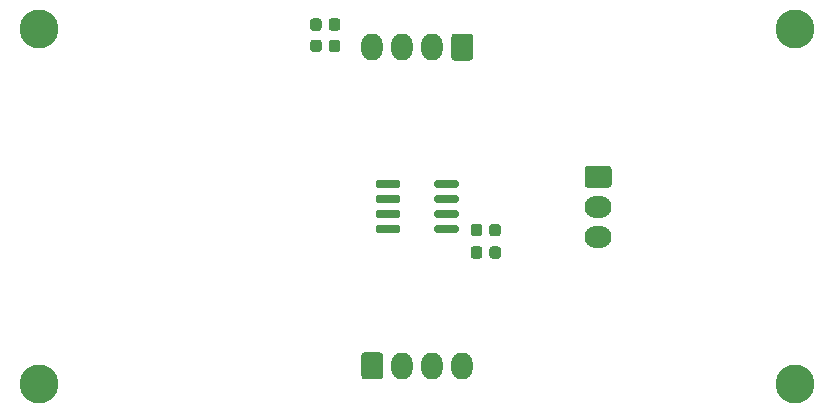
<source format=gts>
G04 #@! TF.GenerationSoftware,KiCad,Pcbnew,(5.1.6)-1*
G04 #@! TF.CreationDate,2022-06-26T15:17:10+10:00*
G04 #@! TF.ProjectId,wind_sensors,77696e64-5f73-4656-9e73-6f72732e6b69,rev?*
G04 #@! TF.SameCoordinates,Original*
G04 #@! TF.FileFunction,Soldermask,Top*
G04 #@! TF.FilePolarity,Negative*
%FSLAX46Y46*%
G04 Gerber Fmt 4.6, Leading zero omitted, Abs format (unit mm)*
G04 Created by KiCad (PCBNEW (5.1.6)-1) date 2022-06-26 15:17:10*
%MOMM*%
%LPD*%
G01*
G04 APERTURE LIST*
%ADD10O,2.290000X1.840000*%
%ADD11O,1.840000X2.290000*%
%ADD12C,3.300000*%
G04 APERTURE END LIST*
G36*
G01*
X150000000Y-103881250D02*
X150000000Y-103318750D01*
G75*
G02*
X150243750Y-103075000I243750J0D01*
G01*
X150731250Y-103075000D01*
G75*
G02*
X150975000Y-103318750I0J-243750D01*
G01*
X150975000Y-103881250D01*
G75*
G02*
X150731250Y-104125000I-243750J0D01*
G01*
X150243750Y-104125000D01*
G75*
G02*
X150000000Y-103881250I0J243750D01*
G01*
G37*
G36*
G01*
X148425000Y-103881250D02*
X148425000Y-103318750D01*
G75*
G02*
X148668750Y-103075000I243750J0D01*
G01*
X149156250Y-103075000D01*
G75*
G02*
X149400000Y-103318750I0J-243750D01*
G01*
X149400000Y-103881250D01*
G75*
G02*
X149156250Y-104125000I-243750J0D01*
G01*
X148668750Y-104125000D01*
G75*
G02*
X148425000Y-103881250I0J243750D01*
G01*
G37*
G36*
G01*
X135800000Y-85918750D02*
X135800000Y-86481250D01*
G75*
G02*
X135556250Y-86725000I-243750J0D01*
G01*
X135068750Y-86725000D01*
G75*
G02*
X134825000Y-86481250I0J243750D01*
G01*
X134825000Y-85918750D01*
G75*
G02*
X135068750Y-85675000I243750J0D01*
G01*
X135556250Y-85675000D01*
G75*
G02*
X135800000Y-85918750I0J-243750D01*
G01*
G37*
G36*
G01*
X137375000Y-85918750D02*
X137375000Y-86481250D01*
G75*
G02*
X137131250Y-86725000I-243750J0D01*
G01*
X136643750Y-86725000D01*
G75*
G02*
X136400000Y-86481250I0J243750D01*
G01*
X136400000Y-85918750D01*
G75*
G02*
X136643750Y-85675000I243750J0D01*
G01*
X137131250Y-85675000D01*
G75*
G02*
X137375000Y-85918750I0J-243750D01*
G01*
G37*
G36*
G01*
X135800000Y-87718750D02*
X135800000Y-88281250D01*
G75*
G02*
X135556250Y-88525000I-243750J0D01*
G01*
X135068750Y-88525000D01*
G75*
G02*
X134825000Y-88281250I0J243750D01*
G01*
X134825000Y-87718750D01*
G75*
G02*
X135068750Y-87475000I243750J0D01*
G01*
X135556250Y-87475000D01*
G75*
G02*
X135800000Y-87718750I0J-243750D01*
G01*
G37*
G36*
G01*
X137375000Y-87718750D02*
X137375000Y-88281250D01*
G75*
G02*
X137131250Y-88525000I-243750J0D01*
G01*
X136643750Y-88525000D01*
G75*
G02*
X136400000Y-88281250I0J243750D01*
G01*
X136400000Y-87718750D01*
G75*
G02*
X136643750Y-87475000I243750J0D01*
G01*
X137131250Y-87475000D01*
G75*
G02*
X137375000Y-87718750I0J-243750D01*
G01*
G37*
G36*
G01*
X145350000Y-99870000D02*
X145350000Y-99520000D01*
G75*
G02*
X145525000Y-99345000I175000J0D01*
G01*
X147225000Y-99345000D01*
G75*
G02*
X147400000Y-99520000I0J-175000D01*
G01*
X147400000Y-99870000D01*
G75*
G02*
X147225000Y-100045000I-175000J0D01*
G01*
X145525000Y-100045000D01*
G75*
G02*
X145350000Y-99870000I0J175000D01*
G01*
G37*
G36*
G01*
X145350000Y-101140000D02*
X145350000Y-100790000D01*
G75*
G02*
X145525000Y-100615000I175000J0D01*
G01*
X147225000Y-100615000D01*
G75*
G02*
X147400000Y-100790000I0J-175000D01*
G01*
X147400000Y-101140000D01*
G75*
G02*
X147225000Y-101315000I-175000J0D01*
G01*
X145525000Y-101315000D01*
G75*
G02*
X145350000Y-101140000I0J175000D01*
G01*
G37*
G36*
G01*
X145350000Y-102410000D02*
X145350000Y-102060000D01*
G75*
G02*
X145525000Y-101885000I175000J0D01*
G01*
X147225000Y-101885000D01*
G75*
G02*
X147400000Y-102060000I0J-175000D01*
G01*
X147400000Y-102410000D01*
G75*
G02*
X147225000Y-102585000I-175000J0D01*
G01*
X145525000Y-102585000D01*
G75*
G02*
X145350000Y-102410000I0J175000D01*
G01*
G37*
G36*
G01*
X145350000Y-103680000D02*
X145350000Y-103330000D01*
G75*
G02*
X145525000Y-103155000I175000J0D01*
G01*
X147225000Y-103155000D01*
G75*
G02*
X147400000Y-103330000I0J-175000D01*
G01*
X147400000Y-103680000D01*
G75*
G02*
X147225000Y-103855000I-175000J0D01*
G01*
X145525000Y-103855000D01*
G75*
G02*
X145350000Y-103680000I0J175000D01*
G01*
G37*
G36*
G01*
X140400000Y-103680000D02*
X140400000Y-103330000D01*
G75*
G02*
X140575000Y-103155000I175000J0D01*
G01*
X142275000Y-103155000D01*
G75*
G02*
X142450000Y-103330000I0J-175000D01*
G01*
X142450000Y-103680000D01*
G75*
G02*
X142275000Y-103855000I-175000J0D01*
G01*
X140575000Y-103855000D01*
G75*
G02*
X140400000Y-103680000I0J175000D01*
G01*
G37*
G36*
G01*
X140400000Y-102410000D02*
X140400000Y-102060000D01*
G75*
G02*
X140575000Y-101885000I175000J0D01*
G01*
X142275000Y-101885000D01*
G75*
G02*
X142450000Y-102060000I0J-175000D01*
G01*
X142450000Y-102410000D01*
G75*
G02*
X142275000Y-102585000I-175000J0D01*
G01*
X140575000Y-102585000D01*
G75*
G02*
X140400000Y-102410000I0J175000D01*
G01*
G37*
G36*
G01*
X140400000Y-101140000D02*
X140400000Y-100790000D01*
G75*
G02*
X140575000Y-100615000I175000J0D01*
G01*
X142275000Y-100615000D01*
G75*
G02*
X142450000Y-100790000I0J-175000D01*
G01*
X142450000Y-101140000D01*
G75*
G02*
X142275000Y-101315000I-175000J0D01*
G01*
X140575000Y-101315000D01*
G75*
G02*
X140400000Y-101140000I0J175000D01*
G01*
G37*
G36*
G01*
X140400000Y-99870000D02*
X140400000Y-99520000D01*
G75*
G02*
X140575000Y-99345000I175000J0D01*
G01*
X142275000Y-99345000D01*
G75*
G02*
X142450000Y-99520000I0J-175000D01*
G01*
X142450000Y-99870000D01*
G75*
G02*
X142275000Y-100045000I-175000J0D01*
G01*
X140575000Y-100045000D01*
G75*
G02*
X140400000Y-99870000I0J175000D01*
G01*
G37*
D10*
X159200000Y-104160000D03*
X159200000Y-101620000D03*
G36*
G01*
X158319367Y-98160000D02*
X160080633Y-98160000D01*
G75*
G02*
X160345000Y-98424367I0J-264367D01*
G01*
X160345000Y-99735633D01*
G75*
G02*
X160080633Y-100000000I-264367J0D01*
G01*
X158319367Y-100000000D01*
G75*
G02*
X158055000Y-99735633I0J264367D01*
G01*
X158055000Y-98424367D01*
G75*
G02*
X158319367Y-98160000I264367J0D01*
G01*
G37*
D11*
X140090000Y-88100000D03*
X142630000Y-88100000D03*
X145170000Y-88100000D03*
G36*
G01*
X148630000Y-87219367D02*
X148630000Y-88980633D01*
G75*
G02*
X148365633Y-89245000I-264367J0D01*
G01*
X147054367Y-89245000D01*
G75*
G02*
X146790000Y-88980633I0J264367D01*
G01*
X146790000Y-87219367D01*
G75*
G02*
X147054367Y-86955000I264367J0D01*
G01*
X148365633Y-86955000D01*
G75*
G02*
X148630000Y-87219367I0J-264367D01*
G01*
G37*
X147710000Y-115100000D03*
X145170000Y-115100000D03*
X142630000Y-115100000D03*
G36*
G01*
X139170000Y-115980633D02*
X139170000Y-114219367D01*
G75*
G02*
X139434367Y-113955000I264367J0D01*
G01*
X140745633Y-113955000D01*
G75*
G02*
X141010000Y-114219367I0J-264367D01*
G01*
X141010000Y-115980633D01*
G75*
G02*
X140745633Y-116245000I-264367J0D01*
G01*
X139434367Y-116245000D01*
G75*
G02*
X139170000Y-115980633I0J264367D01*
G01*
G37*
G36*
G01*
X150000000Y-105781250D02*
X150000000Y-105218750D01*
G75*
G02*
X150243750Y-104975000I243750J0D01*
G01*
X150731250Y-104975000D01*
G75*
G02*
X150975000Y-105218750I0J-243750D01*
G01*
X150975000Y-105781250D01*
G75*
G02*
X150731250Y-106025000I-243750J0D01*
G01*
X150243750Y-106025000D01*
G75*
G02*
X150000000Y-105781250I0J243750D01*
G01*
G37*
G36*
G01*
X148425000Y-105781250D02*
X148425000Y-105218750D01*
G75*
G02*
X148668750Y-104975000I243750J0D01*
G01*
X149156250Y-104975000D01*
G75*
G02*
X149400000Y-105218750I0J-243750D01*
G01*
X149400000Y-105781250D01*
G75*
G02*
X149156250Y-106025000I-243750J0D01*
G01*
X148668750Y-106025000D01*
G75*
G02*
X148425000Y-105781250I0J243750D01*
G01*
G37*
D12*
X111900000Y-116600000D03*
X111900000Y-86600000D03*
X175900000Y-116600000D03*
X175900000Y-86600000D03*
M02*

</source>
